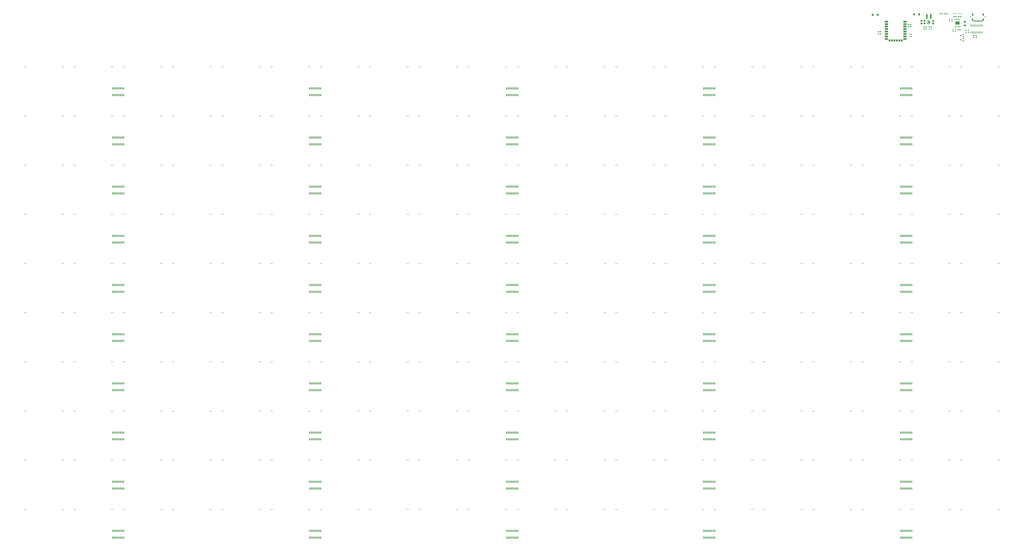
<source format=gbp>
G04 Layer_Color=128*
%FSLAX25Y25*%
%MOIN*%
G70*
G01*
G75*
%ADD11R,0.02362X0.01969*%
%ADD26R,0.03543X0.03150*%
%ADD27R,0.02126X0.02227*%
%ADD28R,0.01970X0.05120*%
%ADD29R,0.01100X0.05120*%
%ADD30R,0.06700X0.04750*%
%ADD31R,0.03175X0.03402*%
%ADD32R,0.03150X0.03150*%
%ADD33R,0.13780X0.09840*%
%ADD34R,0.02360X0.04720*%
%ADD35R,0.08860X0.05710*%
%ADD36O,0.01103X0.03091*%
%ADD37R,0.05315X0.05551*%
%ADD38R,0.03150X0.03543*%
%ADD39R,0.05120X0.14570*%
%ADD40R,0.03940X0.03150*%
%ADD41R,0.03402X0.03175*%
%ADD42O,0.02205X0.06870*%
%ADD43R,0.04921X0.02756*%
%ADD44R,0.05315X0.07087*%
%ADD45R,0.09840X0.05510*%
%ADD46R,0.05510X0.06690*%
%ADD47O,0.02370X0.07760*%
G36*
X3025890Y1730240D02*
Y1726270D01*
X3025490Y1725880D01*
X3019590D01*
X3019190Y1726270D01*
Y1730240D01*
X3019590Y1730640D01*
X3021010D01*
X3021400Y1730240D01*
Y1729410D01*
X3021800Y1729020D01*
X3023280D01*
X3023680Y1729410D01*
Y1730240D01*
X3024070Y1730640D01*
X3025490D01*
X3025890Y1730240D01*
D02*
G37*
G36*
X2844732Y1732855D02*
Y1731957D01*
X2843275D01*
Y1730658D01*
X2844732D01*
Y1729705D01*
X2844535Y1729508D01*
X2841385D01*
X2841188Y1729705D01*
Y1732855D01*
X2841385Y1733052D01*
X2844535D01*
X2844732Y1732855D01*
D02*
G37*
G36*
X2850991D02*
Y1729705D01*
X2850795Y1729508D01*
X2847684D01*
X2847488Y1729705D01*
Y1730658D01*
X2848984D01*
Y1731957D01*
X2847488D01*
Y1732855D01*
X2847684Y1733052D01*
X2850795D01*
X2850991Y1732855D01*
D02*
G37*
G36*
X2851052Y1725815D02*
Y1722665D01*
X2850855Y1722468D01*
X2847744D01*
X2847548Y1722665D01*
Y1723618D01*
X2849044D01*
Y1724917D01*
X2847548D01*
Y1725815D01*
X2847744Y1726012D01*
X2850855D01*
X2851052Y1725815D01*
D02*
G37*
G36*
X2910324Y1724847D02*
Y1723949D01*
X2908867D01*
Y1722650D01*
X2910324D01*
Y1721697D01*
X2910127Y1721500D01*
X2906977D01*
X2906780Y1721697D01*
Y1724847D01*
X2906977Y1725044D01*
X2910127D01*
X2910324Y1724847D01*
D02*
G37*
G36*
X2916584D02*
Y1721697D01*
X2916387Y1721500D01*
X2913277D01*
X2913080Y1721697D01*
Y1722650D01*
X2914576D01*
Y1723949D01*
X2913080D01*
Y1724847D01*
X2913277Y1725044D01*
X2916387D01*
X2916584Y1724847D01*
D02*
G37*
G36*
X2844792Y1725815D02*
Y1724917D01*
X2843335D01*
Y1723618D01*
X2844792D01*
Y1722665D01*
X2844595Y1722468D01*
X2841445D01*
X2841248Y1722665D01*
Y1725815D01*
X2841445Y1726012D01*
X2844595D01*
X2844792Y1725815D01*
D02*
G37*
G36*
X3052750Y1739670D02*
X3050780D01*
Y1744790D01*
X3052750D01*
Y1739670D01*
D02*
G37*
G36*
X3055900D02*
X3053930D01*
Y1744790D01*
X3055900D01*
Y1739670D01*
D02*
G37*
G36*
X3058020D02*
X3056920D01*
Y1744790D01*
X3058020D01*
Y1739670D01*
D02*
G37*
G36*
X3025890Y1741890D02*
Y1737920D01*
X3025490Y1737520D01*
X3024070D01*
X3023680Y1737920D01*
Y1738750D01*
X3023280Y1739140D01*
X3021800D01*
X3021400Y1738750D01*
Y1737920D01*
X3021010Y1737520D01*
X3019590D01*
X3019190Y1737920D01*
Y1741890D01*
X3019590Y1742280D01*
X3025490D01*
X3025890Y1741890D01*
D02*
G37*
G36*
X2923679Y1736497D02*
X2923875Y1736300D01*
Y1731772D01*
X2923679Y1731575D01*
X2918639D01*
X2918442Y1731772D01*
Y1736300D01*
X2918639Y1736497D01*
X2920293Y1736477D01*
Y1734745D01*
X2922064D01*
Y1736517D01*
X2923679Y1736497D01*
D02*
G37*
G36*
X2895798Y1737017D02*
X2895995Y1736820D01*
Y1732292D01*
X2895798Y1732095D01*
X2890759D01*
X2890562Y1732292D01*
Y1736820D01*
X2890759Y1737017D01*
X2892413Y1736997D01*
Y1735265D01*
X2894184D01*
Y1737037D01*
X2895798Y1737017D01*
D02*
G37*
G36*
X2886679Y1737047D02*
X2886875Y1736850D01*
Y1732322D01*
X2886679Y1732125D01*
X2881639D01*
X2881442Y1732322D01*
Y1736850D01*
X2881639Y1737047D01*
X2883293Y1737027D01*
Y1735295D01*
X2885064D01*
Y1737066D01*
X2886679Y1737047D01*
D02*
G37*
G36*
X2748442Y1702525D02*
Y1701572D01*
X2746946D01*
Y1700273D01*
X2748442D01*
Y1699375D01*
X2748246Y1699178D01*
X2745135D01*
X2744938Y1699375D01*
Y1702525D01*
X2745135Y1702722D01*
X2748246D01*
X2748442Y1702525D01*
D02*
G37*
G36*
X2754742D02*
Y1699375D01*
X2754545Y1699178D01*
X2751395D01*
X2751198Y1699375D01*
Y1700273D01*
X2752655D01*
Y1701572D01*
X2751198D01*
Y1702525D01*
X2751395Y1702722D01*
X2754545D01*
X2754742Y1702525D01*
D02*
G37*
G36*
X2748472Y1709675D02*
Y1708722D01*
X2746976D01*
Y1707423D01*
X2748472D01*
Y1706525D01*
X2748276Y1706328D01*
X2745165D01*
X2744968Y1706525D01*
Y1709675D01*
X2745165Y1709872D01*
X2748276D01*
X2748472Y1709675D01*
D02*
G37*
G36*
X3052732Y1697245D02*
Y1694134D01*
X3052535Y1693938D01*
X3051582D01*
Y1695434D01*
X3050283D01*
Y1693938D01*
X3049385D01*
X3049188Y1694134D01*
Y1697245D01*
X3049385Y1697441D01*
X3052535D01*
X3052732Y1697245D01*
D02*
G37*
G36*
X3060572Y1690845D02*
Y1687695D01*
X3060375Y1687498D01*
X3057225D01*
X3057028Y1687695D01*
Y1690845D01*
X3057225Y1691042D01*
X3058123D01*
Y1689585D01*
X3059422D01*
Y1691042D01*
X3060375D01*
X3060572Y1690845D01*
D02*
G37*
G36*
X3052732Y1690985D02*
Y1687835D01*
X3052535Y1687638D01*
X3049385D01*
X3049188Y1687835D01*
Y1690985D01*
X3049385Y1691182D01*
X3050283D01*
Y1689725D01*
X3051582D01*
Y1691182D01*
X3052535D01*
X3052732Y1690985D01*
D02*
G37*
G36*
X3060572Y1697105D02*
Y1693994D01*
X3060375Y1693798D01*
X3059422D01*
Y1695294D01*
X3058123D01*
Y1693798D01*
X3057225D01*
X3057028Y1693994D01*
Y1697105D01*
X3057225Y1697301D01*
X3060375D01*
X3060572Y1697105D01*
D02*
G37*
G36*
X2900684Y1718217D02*
Y1715067D01*
X2900487Y1714870D01*
X2897377D01*
X2897180Y1715067D01*
Y1716020D01*
X2898676D01*
Y1717319D01*
X2897180D01*
Y1718217D01*
X2897377Y1718414D01*
X2900487D01*
X2900684Y1718217D01*
D02*
G37*
G36*
X2894324Y1724847D02*
Y1723949D01*
X2892867D01*
Y1722650D01*
X2894324D01*
Y1721697D01*
X2894127Y1721500D01*
X2890977D01*
X2890780Y1721697D01*
Y1724847D01*
X2890977Y1725044D01*
X2894127D01*
X2894324Y1724847D01*
D02*
G37*
G36*
X2900584D02*
Y1721697D01*
X2900387Y1721500D01*
X2897277D01*
X2897080Y1721697D01*
Y1722650D01*
X2898576D01*
Y1723949D01*
X2897080D01*
Y1724847D01*
X2897277Y1725044D01*
X2900387D01*
X2900584Y1724847D01*
D02*
G37*
G36*
X2894424Y1718217D02*
Y1717319D01*
X2892967D01*
Y1716020D01*
X2894424D01*
Y1715067D01*
X2894227Y1714870D01*
X2891077D01*
X2890881Y1715067D01*
Y1718217D01*
X2891077Y1718414D01*
X2894227D01*
X2894424Y1718217D01*
D02*
G37*
G36*
X2754772Y1709675D02*
Y1706525D01*
X2754575Y1706328D01*
X2751425D01*
X2751228Y1706525D01*
Y1707423D01*
X2752685D01*
Y1708722D01*
X2751228D01*
Y1709675D01*
X2751425Y1709872D01*
X2754575D01*
X2754772Y1709675D01*
D02*
G37*
G36*
X3002662Y1715635D02*
Y1714737D01*
X3001205D01*
Y1713438D01*
X3002662D01*
Y1712485D01*
X3002465Y1712288D01*
X2999315D01*
X2999118Y1712485D01*
Y1715635D01*
X2999315Y1715832D01*
X3002465D01*
X3002662Y1715635D01*
D02*
G37*
G36*
X3008921D02*
Y1712485D01*
X3008725Y1712288D01*
X3005614D01*
X3005418Y1712485D01*
Y1713438D01*
X3006914D01*
Y1714737D01*
X3005418D01*
Y1715635D01*
X3005614Y1715832D01*
X3008725D01*
X3008921Y1715635D01*
D02*
G37*
G36*
X3004772Y1758085D02*
Y1757132D01*
X3003276D01*
Y1755833D01*
X3004772D01*
Y1754935D01*
X3004576Y1754738D01*
X3001465D01*
X3001269Y1754935D01*
Y1758085D01*
X3001465Y1758282D01*
X3004576D01*
X3004772Y1758085D01*
D02*
G37*
G36*
X3011072D02*
Y1754935D01*
X3010875Y1754738D01*
X3007725D01*
X3007528Y1754935D01*
Y1755833D01*
X3008985D01*
Y1757132D01*
X3007528D01*
Y1758085D01*
X3007725Y1758282D01*
X3010875D01*
X3011072Y1758085D01*
D02*
G37*
G36*
X3041643Y1758350D02*
Y1756379D01*
X3041485Y1756222D01*
X3039675D01*
X3039517Y1756379D01*
Y1758350D01*
X3039675Y1758508D01*
X3041485D01*
X3041643Y1758350D01*
D02*
G37*
G36*
X2996441Y1758005D02*
Y1754855D01*
X2996245Y1754658D01*
X2993134D01*
X2992938Y1754855D01*
Y1755808D01*
X2994434D01*
Y1757107D01*
X2992938D01*
Y1758005D01*
X2993134Y1758202D01*
X2996245D01*
X2996441Y1758005D01*
D02*
G37*
G36*
X3041643Y1755001D02*
Y1753030D01*
X3041485Y1752872D01*
X3039675D01*
X3039517Y1753030D01*
Y1755001D01*
X3039675Y1755158D01*
X3041485D01*
X3041643Y1755001D01*
D02*
G37*
G36*
X3088983D02*
Y1753030D01*
X3088825Y1752872D01*
X3087015D01*
X3086857Y1753030D01*
Y1755001D01*
X3087015Y1755158D01*
X3088825D01*
X3088983Y1755001D01*
D02*
G37*
G36*
X2990182Y1758005D02*
Y1757107D01*
X2988725D01*
Y1755808D01*
X2990182D01*
Y1754855D01*
X2989985Y1754658D01*
X2986835D01*
X2986638Y1754855D01*
Y1758005D01*
X2986835Y1758202D01*
X2989985D01*
X2990182Y1758005D01*
D02*
G37*
G36*
X2966692Y1767055D02*
Y1763905D01*
X2966495Y1763708D01*
X2963384D01*
X2963188Y1763905D01*
Y1764858D01*
X2964684D01*
Y1766157D01*
X2963188D01*
Y1767055D01*
X2963384Y1767252D01*
X2966495D01*
X2966692Y1767055D01*
D02*
G37*
G36*
X2946122Y1767235D02*
Y1766337D01*
X2944665D01*
Y1765038D01*
X2946122D01*
Y1764085D01*
X2945925Y1763888D01*
X2942775D01*
X2942578Y1764085D01*
Y1767235D01*
X2942775Y1767432D01*
X2945925D01*
X2946122Y1767235D01*
D02*
G37*
G36*
X2952382D02*
Y1764085D01*
X2952185Y1763888D01*
X2949074D01*
X2948878Y1764085D01*
Y1765038D01*
X2950374D01*
Y1766337D01*
X2948878D01*
Y1767235D01*
X2949074Y1767432D01*
X2952185D01*
X2952382Y1767235D01*
D02*
G37*
G36*
X2960432Y1767055D02*
Y1766157D01*
X2958975D01*
Y1764858D01*
X2960432D01*
Y1763905D01*
X2960235Y1763708D01*
X2957085D01*
X2956888Y1763905D01*
Y1767055D01*
X2957085Y1767252D01*
X2960235D01*
X2960432Y1767055D01*
D02*
G37*
G36*
X3088983Y1758350D02*
Y1756379D01*
X3088825Y1756222D01*
X3087015D01*
X3086857Y1756379D01*
Y1758350D01*
X3087015Y1758508D01*
X3088825D01*
X3088983Y1758350D01*
D02*
G37*
G36*
X3047860Y1766500D02*
X3047970Y1766480D01*
X3048090Y1766450D01*
X3048200Y1766430D01*
X3048320Y1766390D01*
X3048430Y1766350D01*
X3048540Y1766310D01*
X3048640Y1766250D01*
X3048750Y1766200D01*
X3048850Y1766140D01*
X3048940Y1766070D01*
X3049040Y1766000D01*
X3049130Y1765920D01*
X3049210Y1765840D01*
X3049300Y1765760D01*
X3049370Y1765670D01*
X3049450Y1765580D01*
X3049520Y1765480D01*
X3049580Y1765380D01*
X3049640Y1765280D01*
X3049690Y1765180D01*
X3049740Y1765070D01*
X3049780Y1764960D01*
X3049820Y1764850D01*
X3049850Y1764730D01*
X3049880Y1764620D01*
X3049900Y1764500D01*
X3049920Y1764390D01*
Y1764270D01*
X3049930Y1764150D01*
Y1761790D01*
X3049920Y1761670D01*
Y1761550D01*
X3049900Y1761440D01*
X3049880Y1761320D01*
X3049850Y1761210D01*
X3049820Y1761090D01*
X3049780Y1760980D01*
X3049740Y1760870D01*
X3049690Y1760760D01*
X3049640Y1760660D01*
X3049580Y1760560D01*
X3049520Y1760460D01*
X3049450Y1760360D01*
X3049370Y1760270D01*
X3049300Y1760180D01*
X3049210Y1760100D01*
X3049130Y1760020D01*
X3049040Y1759940D01*
X3048940Y1759870D01*
X3048850Y1759810D01*
X3048750Y1759740D01*
X3048640Y1759690D01*
X3048540Y1759640D01*
X3048430Y1759590D01*
X3048320Y1759550D01*
X3048200Y1759520D01*
X3048090Y1759490D01*
X3047970Y1759460D01*
X3047860Y1759450D01*
X3047740Y1759430D01*
X3047390D01*
X3047270Y1759450D01*
X3047150Y1759460D01*
X3047040Y1759490D01*
X3046920Y1759520D01*
X3046810Y1759550D01*
X3046700Y1759590D01*
X3046590Y1759640D01*
X3046490Y1759690D01*
X3046380Y1759740D01*
X3046280Y1759810D01*
X3046190Y1759870D01*
X3046090Y1759940D01*
X3046000Y1760020D01*
X3045920Y1760100D01*
X3045830Y1760180D01*
X3045760Y1760270D01*
X3045680Y1760360D01*
X3045610Y1760460D01*
X3045550Y1760560D01*
X3045490Y1760660D01*
X3045440Y1760760D01*
X3045390Y1760870D01*
X3045340Y1760980D01*
X3045310Y1761090D01*
X3045280Y1761210D01*
X3045250Y1761320D01*
X3045230Y1761440D01*
X3045210Y1761550D01*
Y1761670D01*
X3045200Y1761790D01*
Y1764150D01*
X3045210Y1764270D01*
Y1764390D01*
X3045230Y1764500D01*
X3045250Y1764620D01*
X3045280Y1764730D01*
X3045310Y1764850D01*
X3045340Y1764960D01*
X3045390Y1765070D01*
X3045440Y1765180D01*
X3045490Y1765280D01*
X3045550Y1765380D01*
X3045610Y1765480D01*
X3045680Y1765580D01*
X3045760Y1765670D01*
X3045830Y1765760D01*
X3045920Y1765840D01*
X3046000Y1765920D01*
X3046090Y1766000D01*
X3046190Y1766070D01*
X3046280Y1766140D01*
X3046380Y1766200D01*
X3046490Y1766250D01*
X3046590Y1766310D01*
X3046700Y1766350D01*
X3046810Y1766390D01*
X3046920Y1766430D01*
X3047040Y1766450D01*
X3047150Y1766480D01*
X3047270Y1766500D01*
X3047390Y1766510D01*
X3047740D01*
X3047860Y1766500D01*
D02*
G37*
G36*
X3081660D02*
X3081780Y1766480D01*
X3081890Y1766450D01*
X3082010Y1766430D01*
X3082120Y1766390D01*
X3082230Y1766350D01*
X3082340Y1766300D01*
X3082450Y1766250D01*
X3082550Y1766200D01*
X3082650Y1766140D01*
X3082750Y1766070D01*
X3082840Y1766000D01*
X3082930Y1765920D01*
X3083020Y1765840D01*
X3083100Y1765760D01*
X3083180Y1765670D01*
X3083250Y1765580D01*
X3083320Y1765480D01*
X3083380Y1765380D01*
X3083440Y1765280D01*
X3083500Y1765180D01*
X3083540Y1765070D01*
X3083590Y1764960D01*
X3083630Y1764850D01*
X3083660Y1764730D01*
X3083680Y1764620D01*
X3083700Y1764500D01*
X3083720Y1764390D01*
X3083730Y1764270D01*
Y1764150D01*
Y1761790D01*
Y1761670D01*
X3083720Y1761550D01*
X3083700Y1761440D01*
X3083680Y1761320D01*
X3083660Y1761210D01*
X3083630Y1761090D01*
X3083590Y1760980D01*
X3083540Y1760870D01*
X3083500Y1760760D01*
X3083440Y1760660D01*
X3083380Y1760560D01*
X3083320Y1760460D01*
X3083250Y1760360D01*
X3083180Y1760270D01*
X3083100Y1760180D01*
X3083020Y1760100D01*
X3082930Y1760020D01*
X3082840Y1759940D01*
X3082750Y1759870D01*
X3082650Y1759810D01*
X3082550Y1759740D01*
X3082450Y1759690D01*
X3082340Y1759640D01*
X3082230Y1759590D01*
X3082120Y1759550D01*
X3082010Y1759520D01*
X3081890Y1759490D01*
X3081780Y1759460D01*
X3081660Y1759450D01*
X3081540Y1759430D01*
X3081190D01*
X3081070Y1759450D01*
X3080960Y1759460D01*
X3080840Y1759490D01*
X3080730Y1759520D01*
X3080620Y1759550D01*
X3080510Y1759590D01*
X3080400Y1759640D01*
X3080290Y1759690D01*
X3080190Y1759740D01*
X3080090Y1759810D01*
X3079990Y1759870D01*
X3079900Y1759940D01*
X3079810Y1760020D01*
X3079720Y1760100D01*
X3079640Y1760180D01*
X3079560Y1760270D01*
X3079490Y1760360D01*
X3079420Y1760460D01*
X3079350Y1760560D01*
X3079290Y1760660D01*
X3079240Y1760760D01*
X3079190Y1760870D01*
X3079150Y1760980D01*
X3079110Y1761090D01*
X3079080Y1761210D01*
X3079050Y1761320D01*
X3079030Y1761440D01*
X3079020Y1761550D01*
X3079010Y1761670D01*
Y1761790D01*
Y1764150D01*
Y1764270D01*
X3079020Y1764390D01*
X3079030Y1764500D01*
X3079050Y1764620D01*
X3079080Y1764730D01*
X3079110Y1764850D01*
X3079150Y1764960D01*
X3079190Y1765070D01*
X3079240Y1765180D01*
X3079290Y1765280D01*
X3079350Y1765380D01*
X3079420Y1765480D01*
X3079490Y1765580D01*
X3079560Y1765670D01*
X3079640Y1765760D01*
X3079720Y1765840D01*
X3079810Y1765920D01*
X3079900Y1766000D01*
X3079990Y1766070D01*
X3080090Y1766140D01*
X3080190Y1766200D01*
X3080290Y1766250D01*
X3080400Y1766300D01*
X3080510Y1766350D01*
X3080620Y1766390D01*
X3080730Y1766430D01*
X3080840Y1766450D01*
X3080960Y1766480D01*
X3081070Y1766500D01*
X3081190Y1766510D01*
X3081540D01*
X3081660Y1766500D01*
D02*
G37*
G36*
X3067860Y1739670D02*
X3066760D01*
Y1744790D01*
X3067860D01*
Y1739670D01*
D02*
G37*
G36*
X3069830D02*
X3068730D01*
Y1744790D01*
X3069830D01*
Y1739670D01*
D02*
G37*
G36*
X3071800D02*
X3070700D01*
Y1744790D01*
X3071800D01*
Y1739670D01*
D02*
G37*
G36*
X3065900D02*
X3064790D01*
Y1744790D01*
X3065900D01*
Y1739670D01*
D02*
G37*
G36*
X3059990D02*
X3058890D01*
Y1744790D01*
X3059990D01*
Y1739670D01*
D02*
G37*
G36*
X3061960D02*
X3060860D01*
Y1744790D01*
X3061960D01*
Y1739670D01*
D02*
G37*
G36*
X3063930D02*
X3062820D01*
Y1744790D01*
X3063930D01*
Y1739670D01*
D02*
G37*
G36*
X2886875Y1745314D02*
Y1740787D01*
X2886679Y1740590D01*
X2885064Y1740610D01*
Y1742342D01*
X2883293D01*
Y1740590D01*
X2881639Y1740590D01*
X2881442Y1740787D01*
Y1745314D01*
X2881639Y1745511D01*
X2886679D01*
X2886875Y1745314D01*
D02*
G37*
G36*
X3048640Y1750061D02*
X3049211Y1749490D01*
X3049520Y1748744D01*
Y1748340D01*
Y1747590D01*
Y1744550D01*
Y1744142D01*
X3049208Y1743389D01*
X3048631Y1742812D01*
X3047878Y1742500D01*
X3046814D01*
X3046064Y1742811D01*
X3045491Y1743384D01*
X3045180Y1744134D01*
Y1744540D01*
Y1744650D01*
X3045190Y1748120D01*
Y1748568D01*
X3045532Y1749394D01*
X3046165Y1750027D01*
X3046992Y1750370D01*
X3047894D01*
X3048640Y1750061D01*
D02*
G37*
G36*
X3081913Y1750369D02*
X3082656Y1750059D01*
X3083224Y1749488D01*
X3083531Y1748743D01*
X3083530Y1748340D01*
Y1747590D01*
X3083540Y1744550D01*
Y1744142D01*
X3083228Y1743389D01*
X3082651Y1742812D01*
X3081898Y1742500D01*
X3080834D01*
X3080084Y1742811D01*
X3079511Y1743384D01*
X3079200Y1744134D01*
Y1744540D01*
Y1744650D01*
Y1748120D01*
Y1748568D01*
X3079543Y1749394D01*
X3080176Y1750027D01*
X3081002Y1750370D01*
X3081510D01*
X3081913Y1750369D01*
D02*
G37*
G36*
X2895995Y1745284D02*
Y1740757D01*
X2895798Y1740560D01*
X2894184Y1740580D01*
Y1742312D01*
X2892413D01*
Y1740560D01*
X2890759Y1740560D01*
X2890562Y1740757D01*
Y1745284D01*
X2890759Y1745481D01*
X2895798D01*
X2895995Y1745284D01*
D02*
G37*
G36*
X3074790Y1739670D02*
X3072820D01*
Y1744790D01*
X3074790D01*
Y1739670D01*
D02*
G37*
G36*
X3077940D02*
X3075970D01*
Y1744790D01*
X3077940D01*
Y1739670D01*
D02*
G37*
G36*
X2923875Y1744764D02*
Y1740237D01*
X2923679Y1740040D01*
X2922064Y1740060D01*
Y1741792D01*
X2920293D01*
Y1740040D01*
X2918639Y1740040D01*
X2918442Y1740237D01*
Y1744764D01*
X2918639Y1744961D01*
X2923679D01*
X2923875Y1744764D01*
D02*
G37*
D11*
X3128831Y1595700D02*
D03*
X3132768D02*
D03*
X3012899Y1595700D02*
D03*
X3008962D02*
D03*
X2855419D02*
D03*
X2851482D02*
D03*
X2971351Y1595700D02*
D03*
X2975288D02*
D03*
X2697939Y1595700D02*
D03*
X2694002D02*
D03*
X2813871Y1595700D02*
D03*
X2817808D02*
D03*
X2540458Y1595700D02*
D03*
X2536521D02*
D03*
X2656391Y1595700D02*
D03*
X2660328D02*
D03*
X2026469Y1595700D02*
D03*
X2030406D02*
D03*
X1910537Y1595700D02*
D03*
X1906600D02*
D03*
X2183950Y1595700D02*
D03*
X2187887D02*
D03*
X2068017Y1595700D02*
D03*
X2064080D02*
D03*
X2341430Y1595700D02*
D03*
X2345367D02*
D03*
X2225498Y1595700D02*
D03*
X2221561D02*
D03*
X2382978D02*
D03*
X2379041D02*
D03*
X2498910Y1595700D02*
D03*
X2502847D02*
D03*
X1396548D02*
D03*
X1400485D02*
D03*
X1280616Y1595700D02*
D03*
X1276679D02*
D03*
X1554028Y1595700D02*
D03*
X1557965D02*
D03*
X1438096Y1595700D02*
D03*
X1434159D02*
D03*
X1711509Y1595700D02*
D03*
X1715446D02*
D03*
X1595576Y1595700D02*
D03*
X1591639D02*
D03*
X1753057D02*
D03*
X1749120D02*
D03*
X1868989Y1595700D02*
D03*
X1872926D02*
D03*
X766627D02*
D03*
X770564D02*
D03*
X650695Y1595700D02*
D03*
X646758D02*
D03*
X924107Y1595700D02*
D03*
X928044D02*
D03*
X808175Y1595700D02*
D03*
X804238D02*
D03*
X1081587Y1595700D02*
D03*
X1085524D02*
D03*
X965655Y1595700D02*
D03*
X961718D02*
D03*
X1123135D02*
D03*
X1119198D02*
D03*
X1239068Y1595700D02*
D03*
X1243005D02*
D03*
X136706D02*
D03*
X140642D02*
D03*
X20773Y1595700D02*
D03*
X16836D02*
D03*
X294186Y1595700D02*
D03*
X298123D02*
D03*
X178254Y1595700D02*
D03*
X174317D02*
D03*
X451666Y1595700D02*
D03*
X455603D02*
D03*
X335734Y1595700D02*
D03*
X331797D02*
D03*
X493214D02*
D03*
X489277D02*
D03*
X609146Y1595700D02*
D03*
X613084D02*
D03*
X2656391Y1438220D02*
D03*
X2660328D02*
D03*
X2540458Y1438220D02*
D03*
X2536521D02*
D03*
X2813871Y1438220D02*
D03*
X2817808D02*
D03*
X2697939Y1438220D02*
D03*
X2694002D02*
D03*
X2971351Y1438220D02*
D03*
X2975288D02*
D03*
X2855419Y1438220D02*
D03*
X2851482D02*
D03*
X3012899D02*
D03*
X3008962D02*
D03*
X3128831Y1438220D02*
D03*
X3132768D02*
D03*
X2026469D02*
D03*
X2030406D02*
D03*
X1910537Y1438220D02*
D03*
X1906600D02*
D03*
X2183950Y1438220D02*
D03*
X2187887D02*
D03*
X2068017Y1438220D02*
D03*
X2064080D02*
D03*
X2341430Y1438220D02*
D03*
X2345367D02*
D03*
X2225498Y1438220D02*
D03*
X2221561D02*
D03*
X2382978D02*
D03*
X2379041D02*
D03*
X2498910Y1438220D02*
D03*
X2502847D02*
D03*
X1396548D02*
D03*
X1400485D02*
D03*
X1280616Y1438220D02*
D03*
X1276679D02*
D03*
X1554028Y1438220D02*
D03*
X1557965D02*
D03*
X1438096Y1438220D02*
D03*
X1434159D02*
D03*
X1711509Y1438220D02*
D03*
X1715446D02*
D03*
X1595576Y1438220D02*
D03*
X1591639D02*
D03*
X1753057D02*
D03*
X1749120D02*
D03*
X1868989Y1438220D02*
D03*
X1872926D02*
D03*
X766627D02*
D03*
X770564D02*
D03*
X650695Y1438220D02*
D03*
X646758D02*
D03*
X924107Y1438220D02*
D03*
X928044D02*
D03*
X808175Y1438220D02*
D03*
X804238D02*
D03*
X1081587Y1438220D02*
D03*
X1085524D02*
D03*
X965655Y1438220D02*
D03*
X961718D02*
D03*
X1123135D02*
D03*
X1119198D02*
D03*
X1239068Y1438220D02*
D03*
X1243005D02*
D03*
X136706D02*
D03*
X140642D02*
D03*
X20773Y1438220D02*
D03*
X16836D02*
D03*
X294186Y1438220D02*
D03*
X298123D02*
D03*
X178254Y1438220D02*
D03*
X174317D02*
D03*
X451666Y1438220D02*
D03*
X455603D02*
D03*
X335734Y1438220D02*
D03*
X331797D02*
D03*
X493214D02*
D03*
X489277D02*
D03*
X609146Y1438220D02*
D03*
X613084D02*
D03*
X609146Y1280739D02*
D03*
X613084D02*
D03*
X493214Y1280739D02*
D03*
X489277D02*
D03*
X335734D02*
D03*
X331797D02*
D03*
X451666Y1280739D02*
D03*
X455603D02*
D03*
X178254Y1280739D02*
D03*
X174317D02*
D03*
X294186Y1280739D02*
D03*
X298123D02*
D03*
X20773Y1280739D02*
D03*
X16836D02*
D03*
X136706Y1280739D02*
D03*
X140642D02*
D03*
X1239068D02*
D03*
X1243005D02*
D03*
X1123135Y1280739D02*
D03*
X1119198D02*
D03*
X965655D02*
D03*
X961718D02*
D03*
X1081587Y1280739D02*
D03*
X1085524D02*
D03*
X808175Y1280739D02*
D03*
X804238D02*
D03*
X924107Y1280739D02*
D03*
X928044D02*
D03*
X650695Y1280739D02*
D03*
X646758D02*
D03*
X766627Y1280739D02*
D03*
X770564D02*
D03*
X1868989D02*
D03*
X1872926D02*
D03*
X1753057Y1280739D02*
D03*
X1749120D02*
D03*
X1595576D02*
D03*
X1591639D02*
D03*
X1711509Y1280739D02*
D03*
X1715446D02*
D03*
X1438096Y1280739D02*
D03*
X1434159D02*
D03*
X1554028Y1280739D02*
D03*
X1557965D02*
D03*
X1280616Y1280739D02*
D03*
X1276679D02*
D03*
X1396548Y1280739D02*
D03*
X1400485D02*
D03*
X2498910D02*
D03*
X2502847D02*
D03*
X2382978Y1280739D02*
D03*
X2379041D02*
D03*
X2225498D02*
D03*
X2221561D02*
D03*
X2341430Y1280739D02*
D03*
X2345367D02*
D03*
X2068017Y1280739D02*
D03*
X2064080D02*
D03*
X2183950Y1280739D02*
D03*
X2187887D02*
D03*
X1910537Y1280739D02*
D03*
X1906600D02*
D03*
X2026469Y1280739D02*
D03*
X2030406D02*
D03*
X3128831D02*
D03*
X3132768D02*
D03*
X3012899Y1280739D02*
D03*
X3008962D02*
D03*
X2855419D02*
D03*
X2851482D02*
D03*
X2971351Y1280739D02*
D03*
X2975288D02*
D03*
X2697939Y1280739D02*
D03*
X2694002D02*
D03*
X2813871Y1280739D02*
D03*
X2817808D02*
D03*
X2540458Y1280739D02*
D03*
X2536521D02*
D03*
X2656391Y1280739D02*
D03*
X2660328D02*
D03*
X609146Y1123259D02*
D03*
X613084D02*
D03*
X493214Y1123259D02*
D03*
X489277D02*
D03*
X335734D02*
D03*
X331797D02*
D03*
X451666Y1123259D02*
D03*
X455603D02*
D03*
X178254Y1123259D02*
D03*
X174317D02*
D03*
X294186Y1123259D02*
D03*
X298123D02*
D03*
X20773Y1123259D02*
D03*
X16836D02*
D03*
X136706Y1123259D02*
D03*
X140642D02*
D03*
X1239068D02*
D03*
X1243005D02*
D03*
X1123135Y1123259D02*
D03*
X1119198D02*
D03*
X965655D02*
D03*
X961718D02*
D03*
X1081587Y1123259D02*
D03*
X1085524D02*
D03*
X808175Y1123259D02*
D03*
X804238D02*
D03*
X924107Y1123259D02*
D03*
X928044D02*
D03*
X650695Y1123259D02*
D03*
X646758D02*
D03*
X766627Y1123259D02*
D03*
X770564D02*
D03*
X1868989D02*
D03*
X1872926D02*
D03*
X1753057Y1123259D02*
D03*
X1749120D02*
D03*
X1595576D02*
D03*
X1591639D02*
D03*
X1711509Y1123259D02*
D03*
X1715446D02*
D03*
X1438096Y1123259D02*
D03*
X1434159D02*
D03*
X1554028Y1123259D02*
D03*
X1557965D02*
D03*
X1280616Y1123259D02*
D03*
X1276679D02*
D03*
X1396548Y1123259D02*
D03*
X1400485D02*
D03*
X2498910D02*
D03*
X2502847D02*
D03*
X2382978Y1123259D02*
D03*
X2379041D02*
D03*
X2225498D02*
D03*
X2221561D02*
D03*
X2341430Y1123259D02*
D03*
X2345367D02*
D03*
X2068017Y1123259D02*
D03*
X2064080D02*
D03*
X2183950Y1123259D02*
D03*
X2187887D02*
D03*
X1910537Y1123259D02*
D03*
X1906600D02*
D03*
X2026469Y1123259D02*
D03*
X2030406D02*
D03*
X3128831D02*
D03*
X3132768D02*
D03*
X3012899Y1123259D02*
D03*
X3008962D02*
D03*
X2855419D02*
D03*
X2851482D02*
D03*
X2971351Y1123259D02*
D03*
X2975288D02*
D03*
X2697939Y1123259D02*
D03*
X2694002D02*
D03*
X2813871Y1123259D02*
D03*
X2817808D02*
D03*
X2540458Y1123259D02*
D03*
X2536521D02*
D03*
X2656391Y1123259D02*
D03*
X2660328D02*
D03*
X609146Y965779D02*
D03*
X613084D02*
D03*
X493214Y965779D02*
D03*
X489277D02*
D03*
X335734D02*
D03*
X331797D02*
D03*
X451666Y965779D02*
D03*
X455603D02*
D03*
X178254Y965779D02*
D03*
X174317D02*
D03*
X294186Y965779D02*
D03*
X298123D02*
D03*
X20773Y965779D02*
D03*
X16836D02*
D03*
X136706Y965779D02*
D03*
X140642D02*
D03*
X1239068D02*
D03*
X1243005D02*
D03*
X1123135Y965779D02*
D03*
X1119198D02*
D03*
X965655D02*
D03*
X961718D02*
D03*
X1081587Y965779D02*
D03*
X1085524D02*
D03*
X808175Y965779D02*
D03*
X804238D02*
D03*
X924107Y965779D02*
D03*
X928044D02*
D03*
X650695Y965779D02*
D03*
X646758D02*
D03*
X766627Y965779D02*
D03*
X770564D02*
D03*
X1868989D02*
D03*
X1872926D02*
D03*
X1753057Y965779D02*
D03*
X1749120D02*
D03*
X1595576D02*
D03*
X1591639D02*
D03*
X1711509Y965779D02*
D03*
X1715446D02*
D03*
X1438096Y965779D02*
D03*
X1434159D02*
D03*
X1554028Y965779D02*
D03*
X1557965D02*
D03*
X1280616Y965779D02*
D03*
X1276679D02*
D03*
X1396548Y965779D02*
D03*
X1400485D02*
D03*
X2498910D02*
D03*
X2502847D02*
D03*
X2382978Y965779D02*
D03*
X2379041D02*
D03*
X2225498D02*
D03*
X2221561D02*
D03*
X2341430Y965779D02*
D03*
X2345367D02*
D03*
X2068017Y965779D02*
D03*
X2064080D02*
D03*
X2183950Y965779D02*
D03*
X2187887D02*
D03*
X1910537Y965779D02*
D03*
X1906600D02*
D03*
X2026469Y965779D02*
D03*
X2030406D02*
D03*
X3128831D02*
D03*
X3132768D02*
D03*
X3012899Y965779D02*
D03*
X3008962D02*
D03*
X2855419D02*
D03*
X2851482D02*
D03*
X2971351Y965779D02*
D03*
X2975288D02*
D03*
X2697939Y965779D02*
D03*
X2694002D02*
D03*
X2813871Y965779D02*
D03*
X2817808D02*
D03*
X2540458Y965779D02*
D03*
X2536521D02*
D03*
X2656391Y965779D02*
D03*
X2660328D02*
D03*
X609146Y808298D02*
D03*
X613084D02*
D03*
X493214Y808298D02*
D03*
X489277D02*
D03*
X335734D02*
D03*
X331797D02*
D03*
X451666Y808298D02*
D03*
X455603D02*
D03*
X178254Y808298D02*
D03*
X174317D02*
D03*
X294186Y808298D02*
D03*
X298123D02*
D03*
X20773Y808298D02*
D03*
X16836D02*
D03*
X136706Y808298D02*
D03*
X140642D02*
D03*
X1239068D02*
D03*
X1243005D02*
D03*
X1123135Y808298D02*
D03*
X1119198D02*
D03*
X965655D02*
D03*
X961718D02*
D03*
X1081587Y808298D02*
D03*
X1085524D02*
D03*
X808175Y808298D02*
D03*
X804238D02*
D03*
X924107Y808298D02*
D03*
X928044D02*
D03*
X650695Y808298D02*
D03*
X646758D02*
D03*
X766627Y808298D02*
D03*
X770564D02*
D03*
X1868989D02*
D03*
X1872926D02*
D03*
X1753057Y808298D02*
D03*
X1749120D02*
D03*
X1595576D02*
D03*
X1591639D02*
D03*
X1711509Y808298D02*
D03*
X1715446D02*
D03*
X1438096Y808298D02*
D03*
X1434159D02*
D03*
X1554028Y808298D02*
D03*
X1557965D02*
D03*
X1280616Y808298D02*
D03*
X1276679D02*
D03*
X1396548Y808298D02*
D03*
X1400485D02*
D03*
X2498910D02*
D03*
X2502847D02*
D03*
X2382978Y808298D02*
D03*
X2379041D02*
D03*
X2225498D02*
D03*
X2221561D02*
D03*
X2341430Y808298D02*
D03*
X2345367D02*
D03*
X2068017Y808298D02*
D03*
X2064080D02*
D03*
X2183950Y808298D02*
D03*
X2187887D02*
D03*
X1910537Y808298D02*
D03*
X1906600D02*
D03*
X2026469Y808298D02*
D03*
X2030406D02*
D03*
X3128831D02*
D03*
X3132768D02*
D03*
X3012899Y808298D02*
D03*
X3008962D02*
D03*
X2855419D02*
D03*
X2851482D02*
D03*
X2971351Y808298D02*
D03*
X2975288D02*
D03*
X2697939Y808298D02*
D03*
X2694002D02*
D03*
X2813871Y808298D02*
D03*
X2817808D02*
D03*
X2540458Y808298D02*
D03*
X2536521D02*
D03*
X2656391Y808298D02*
D03*
X2660328D02*
D03*
X609146Y650818D02*
D03*
X613084D02*
D03*
X493214Y650818D02*
D03*
X489277D02*
D03*
X335734D02*
D03*
X331797D02*
D03*
X451666Y650818D02*
D03*
X455603D02*
D03*
X178254Y650818D02*
D03*
X174317D02*
D03*
X294186Y650818D02*
D03*
X298123D02*
D03*
X20773Y650818D02*
D03*
X16836D02*
D03*
X136706Y650818D02*
D03*
X140642D02*
D03*
X1239068D02*
D03*
X1243005D02*
D03*
X1123135Y650818D02*
D03*
X1119198D02*
D03*
X965655D02*
D03*
X961718D02*
D03*
X1081587Y650818D02*
D03*
X1085524D02*
D03*
X808175Y650818D02*
D03*
X804238D02*
D03*
X924107Y650818D02*
D03*
X928044D02*
D03*
X650695Y650818D02*
D03*
X646758D02*
D03*
X766627Y650818D02*
D03*
X770564D02*
D03*
X1868989D02*
D03*
X1872926D02*
D03*
X1753057Y650818D02*
D03*
X1749120D02*
D03*
X1595576D02*
D03*
X1591639D02*
D03*
X1711509Y650818D02*
D03*
X1715446D02*
D03*
X1438096Y650818D02*
D03*
X1434159D02*
D03*
X1554028Y650818D02*
D03*
X1557965D02*
D03*
X1280616Y650818D02*
D03*
X1276679D02*
D03*
X1396548Y650818D02*
D03*
X1400485D02*
D03*
X2498910D02*
D03*
X2502847D02*
D03*
X2382978Y650818D02*
D03*
X2379041D02*
D03*
X2225498D02*
D03*
X2221561D02*
D03*
X2341430Y650818D02*
D03*
X2345367D02*
D03*
X2068017Y650818D02*
D03*
X2064080D02*
D03*
X2183950Y650818D02*
D03*
X2187887D02*
D03*
X1910537Y650818D02*
D03*
X1906600D02*
D03*
X2026469Y650818D02*
D03*
X2030406D02*
D03*
X3128831D02*
D03*
X3132768D02*
D03*
X3012899Y650818D02*
D03*
X3008962D02*
D03*
X2855419D02*
D03*
X2851482D02*
D03*
X2971351Y650818D02*
D03*
X2975288D02*
D03*
X2697939Y650818D02*
D03*
X2694002D02*
D03*
X2813871Y650818D02*
D03*
X2817808D02*
D03*
X2540458Y650818D02*
D03*
X2536521D02*
D03*
X2656391Y650818D02*
D03*
X2660328D02*
D03*
X609146Y493338D02*
D03*
X613084D02*
D03*
X493214Y493338D02*
D03*
X489277D02*
D03*
X335734D02*
D03*
X331797D02*
D03*
X451666Y493338D02*
D03*
X455603D02*
D03*
X178254Y493338D02*
D03*
X174317D02*
D03*
X294186Y493338D02*
D03*
X298123D02*
D03*
X20773Y493338D02*
D03*
X16836D02*
D03*
X136706Y493338D02*
D03*
X140642D02*
D03*
X1239068D02*
D03*
X1243005D02*
D03*
X1123135Y493338D02*
D03*
X1119198D02*
D03*
X965655D02*
D03*
X961718D02*
D03*
X1081587Y493338D02*
D03*
X1085524D02*
D03*
X808175Y493338D02*
D03*
X804238D02*
D03*
X924107Y493338D02*
D03*
X928044D02*
D03*
X650695Y493338D02*
D03*
X646758D02*
D03*
X766627Y493338D02*
D03*
X770564D02*
D03*
X1868989D02*
D03*
X1872926D02*
D03*
X1753057Y493338D02*
D03*
X1749120D02*
D03*
X1595576D02*
D03*
X1591639D02*
D03*
X1711509Y493338D02*
D03*
X1715446D02*
D03*
X1438096Y493338D02*
D03*
X1434159D02*
D03*
X1554028Y493338D02*
D03*
X1557965D02*
D03*
X1280616Y493338D02*
D03*
X1276679D02*
D03*
X1396548Y493338D02*
D03*
X1400485D02*
D03*
X2498910D02*
D03*
X2502847D02*
D03*
X2382978Y493338D02*
D03*
X2379041D02*
D03*
X2225498D02*
D03*
X2221561D02*
D03*
X2341430Y493338D02*
D03*
X2345367D02*
D03*
X2068017Y493338D02*
D03*
X2064080D02*
D03*
X2183950Y493338D02*
D03*
X2187887D02*
D03*
X1910537Y493338D02*
D03*
X1906600D02*
D03*
X2026469Y493338D02*
D03*
X2030406D02*
D03*
X3128831D02*
D03*
X3132768D02*
D03*
X3012899Y493338D02*
D03*
X3008962D02*
D03*
X2855419D02*
D03*
X2851482D02*
D03*
X2971351Y493338D02*
D03*
X2975288D02*
D03*
X2697939Y493338D02*
D03*
X2694002D02*
D03*
X2813871Y493338D02*
D03*
X2817808D02*
D03*
X2540458Y493338D02*
D03*
X2536521D02*
D03*
X2656391Y493338D02*
D03*
X2660328D02*
D03*
X609146Y335858D02*
D03*
X613084D02*
D03*
X493214Y335858D02*
D03*
X489277D02*
D03*
X335734D02*
D03*
X331797D02*
D03*
X451666Y335858D02*
D03*
X455603D02*
D03*
X178254Y335858D02*
D03*
X174317D02*
D03*
X294186Y335858D02*
D03*
X298123D02*
D03*
X20773Y335858D02*
D03*
X16836D02*
D03*
X136706Y335858D02*
D03*
X140642D02*
D03*
X1239068D02*
D03*
X1243005D02*
D03*
X1123135Y335858D02*
D03*
X1119198D02*
D03*
X965655D02*
D03*
X961718D02*
D03*
X1081587Y335858D02*
D03*
X1085524D02*
D03*
X808175Y335858D02*
D03*
X804238D02*
D03*
X924107Y335858D02*
D03*
X928044D02*
D03*
X650695Y335858D02*
D03*
X646758D02*
D03*
X766627Y335858D02*
D03*
X770564D02*
D03*
X1868989D02*
D03*
X1872926D02*
D03*
X1753057Y335858D02*
D03*
X1749120D02*
D03*
X1595576D02*
D03*
X1591639D02*
D03*
X1711509Y335858D02*
D03*
X1715446D02*
D03*
X1438096Y335858D02*
D03*
X1434159D02*
D03*
X1554028Y335858D02*
D03*
X1557965D02*
D03*
X1280616Y335858D02*
D03*
X1276679D02*
D03*
X1396548Y335858D02*
D03*
X1400485D02*
D03*
X2498910D02*
D03*
X2502847D02*
D03*
X2382978Y335858D02*
D03*
X2379041D02*
D03*
X2225498D02*
D03*
X2221561D02*
D03*
X2341430Y335858D02*
D03*
X2345367D02*
D03*
X2068017Y335858D02*
D03*
X2064080D02*
D03*
X2183950Y335858D02*
D03*
X2187887D02*
D03*
X1910537Y335858D02*
D03*
X1906600D02*
D03*
X2026469Y335858D02*
D03*
X2030406D02*
D03*
X3128831D02*
D03*
X3132768D02*
D03*
X3012899Y335858D02*
D03*
X3008962D02*
D03*
X2855419D02*
D03*
X2851482D02*
D03*
X2971351Y335858D02*
D03*
X2975288D02*
D03*
X2697939Y335858D02*
D03*
X2694002D02*
D03*
X2813871Y335858D02*
D03*
X2817808D02*
D03*
X2540458Y335858D02*
D03*
X2536521D02*
D03*
X2656391Y335858D02*
D03*
X2660328D02*
D03*
X609146Y178377D02*
D03*
X613084D02*
D03*
X493214Y178377D02*
D03*
X489277D02*
D03*
X335734D02*
D03*
X331797D02*
D03*
X451666Y178377D02*
D03*
X455603D02*
D03*
X178254Y178377D02*
D03*
X174317D02*
D03*
X294186Y178377D02*
D03*
X298123D02*
D03*
X20773Y178377D02*
D03*
X16836D02*
D03*
X136706Y178377D02*
D03*
X140642D02*
D03*
X1239068D02*
D03*
X1243005D02*
D03*
X1123135Y178377D02*
D03*
X1119198D02*
D03*
X965655D02*
D03*
X961718D02*
D03*
X1081587Y178377D02*
D03*
X1085524D02*
D03*
X808175Y178377D02*
D03*
X804238D02*
D03*
X924107Y178377D02*
D03*
X928044D02*
D03*
X650695Y178377D02*
D03*
X646758D02*
D03*
X766627Y178377D02*
D03*
X770564D02*
D03*
X1868989D02*
D03*
X1872926D02*
D03*
X1753057Y178377D02*
D03*
X1749120D02*
D03*
X1595576D02*
D03*
X1591639D02*
D03*
X1711509Y178377D02*
D03*
X1715446D02*
D03*
X1438096Y178377D02*
D03*
X1434159D02*
D03*
X1554028Y178377D02*
D03*
X1557965D02*
D03*
X1280616Y178377D02*
D03*
X1276679D02*
D03*
X1396548Y178377D02*
D03*
X1400485D02*
D03*
X2498910D02*
D03*
X2502847D02*
D03*
X2382978Y178377D02*
D03*
X2379041D02*
D03*
X2225498D02*
D03*
X2221561D02*
D03*
X2341430Y178377D02*
D03*
X2345367D02*
D03*
X2068017Y178377D02*
D03*
X2064080D02*
D03*
X2183950Y178377D02*
D03*
X2187887D02*
D03*
X1910537Y178377D02*
D03*
X1906600D02*
D03*
X2026469Y178377D02*
D03*
X2030406D02*
D03*
X3128831D02*
D03*
X3132768D02*
D03*
X3012899Y178377D02*
D03*
X3008962D02*
D03*
X2855419D02*
D03*
X2851482D02*
D03*
X2971351Y178377D02*
D03*
X2975288D02*
D03*
X2697939Y178377D02*
D03*
X2694002D02*
D03*
X2813871Y178377D02*
D03*
X2817808D02*
D03*
X2540458Y178377D02*
D03*
X2536521D02*
D03*
X2656391Y178377D02*
D03*
X2660328D02*
D03*
D26*
X2981500Y1741174D02*
D03*
Y1746686D02*
D03*
X2992610Y1708584D02*
D03*
Y1714096D02*
D03*
X2973650Y1741244D02*
D03*
Y1746756D02*
D03*
X2985170Y1708500D02*
D03*
Y1714012D02*
D03*
D27*
X3040580Y1753986D02*
D03*
Y1757394D02*
D03*
X3087920D02*
D03*
Y1753986D02*
D03*
D28*
X3051760Y1742230D02*
D03*
X3054910D02*
D03*
X3073810D02*
D03*
X3076960D02*
D03*
D29*
X3057470D02*
D03*
X3059440D02*
D03*
X3061410D02*
D03*
X3063380D02*
D03*
X3065340D02*
D03*
X3067310D02*
D03*
X3069280D02*
D03*
X3071250D02*
D03*
D30*
X3022540Y1739900D02*
D03*
Y1728260D02*
D03*
D31*
X3006986Y1714060D02*
D03*
X3001054D02*
D03*
X2994506Y1756430D02*
D03*
X2988574D02*
D03*
X3003204Y1756510D02*
D03*
X3009136D02*
D03*
X2950446Y1765660D02*
D03*
X2944514D02*
D03*
X2964756Y1765480D02*
D03*
X2958824D02*
D03*
X2914648Y1723272D02*
D03*
X2908716D02*
D03*
X2898748Y1716642D02*
D03*
X2892816D02*
D03*
X2898648Y1723272D02*
D03*
X2892716D02*
D03*
X2746904Y1708100D02*
D03*
X2752836D02*
D03*
X2746874Y1700950D02*
D03*
X2752806D02*
D03*
X2849116Y1724240D02*
D03*
X2843184D02*
D03*
X2849056Y1731280D02*
D03*
X2843124D02*
D03*
D32*
X2986940Y1765760D02*
D03*
X2993640D02*
D03*
X3010410Y1765610D02*
D03*
X3003710D02*
D03*
D33*
X2998980Y1735850D02*
D03*
D34*
X3006480Y1747300D02*
D03*
X3001480D02*
D03*
X2996480D02*
D03*
X2991480D02*
D03*
Y1724400D02*
D03*
X2996480D02*
D03*
X3001480D02*
D03*
X3006480D02*
D03*
D35*
X2907260Y1738689D02*
D03*
D36*
X2903320Y1733148D02*
D03*
X2905290D02*
D03*
X2907260D02*
D03*
X2909230D02*
D03*
X2911200D02*
D03*
Y1744230D02*
D03*
X2909230D02*
D03*
X2907260D02*
D03*
X2905290D02*
D03*
X2903320D02*
D03*
D37*
X2884080Y1734665D02*
D03*
Y1742775D02*
D03*
X2893200Y1734635D02*
D03*
Y1742745D02*
D03*
X2921080Y1734115D02*
D03*
Y1742225D02*
D03*
D38*
X2914538Y1716621D02*
D03*
X2909026D02*
D03*
X2845964Y1700430D02*
D03*
X2851476D02*
D03*
X2845964Y1692670D02*
D03*
X2851476D02*
D03*
D39*
X2913600Y1756980D02*
D03*
X2901000D02*
D03*
D40*
X3026130Y1706090D02*
D03*
Y1712390D02*
D03*
X3034150Y1712580D02*
D03*
Y1706280D02*
D03*
D41*
X3050960Y1695506D02*
D03*
Y1689574D02*
D03*
X3058800Y1695366D02*
D03*
Y1689434D02*
D03*
D42*
X3077210Y1705451D02*
D03*
X3072210D02*
D03*
X3067210D02*
D03*
X3062210D02*
D03*
X3057210D02*
D03*
X3052210D02*
D03*
X3047210D02*
D03*
X3042210D02*
D03*
X3077210Y1728069D02*
D03*
X3072210D02*
D03*
X3067210D02*
D03*
X3062210D02*
D03*
X3057210D02*
D03*
X3052210D02*
D03*
X3047210D02*
D03*
X3042210D02*
D03*
D43*
X3009873Y1695260D02*
D03*
X3017747Y1691520D02*
D03*
Y1699000D02*
D03*
X3009803Y1682260D02*
D03*
X3017677Y1678520D02*
D03*
Y1686000D02*
D03*
D44*
X2727681Y1762220D02*
D03*
X2744059D02*
D03*
X2876379Y1763590D02*
D03*
X2860001D02*
D03*
D45*
X2831150Y1740190D02*
D03*
Y1732320D02*
D03*
Y1724440D02*
D03*
Y1716570D02*
D03*
Y1708690D02*
D03*
Y1700820D02*
D03*
Y1692950D02*
D03*
Y1685070D02*
D03*
X2771700D02*
D03*
X2771690Y1692950D02*
D03*
Y1700820D02*
D03*
Y1708690D02*
D03*
X2771700Y1716570D02*
D03*
X2771690Y1724440D02*
D03*
Y1732320D02*
D03*
Y1740190D02*
D03*
D46*
X2821100Y1679950D02*
D03*
X2813240Y1679960D02*
D03*
X2805370Y1679950D02*
D03*
X2797490D02*
D03*
X2789620D02*
D03*
X2781750D02*
D03*
D47*
X2852800Y1505230D02*
D03*
X2847800D02*
D03*
X2842800D02*
D03*
X2837800D02*
D03*
X2832800D02*
D03*
X2827800D02*
D03*
X2822800D02*
D03*
X2817800D02*
D03*
X2852800Y1526770D02*
D03*
X2847800D02*
D03*
X2842800D02*
D03*
X2837800D02*
D03*
X2832800D02*
D03*
X2827800D02*
D03*
X2822800D02*
D03*
X2817800D02*
D03*
X2222879Y1505230D02*
D03*
X2217879D02*
D03*
X2212879D02*
D03*
X2207879D02*
D03*
X2202879D02*
D03*
X2197879D02*
D03*
X2192879D02*
D03*
X2187879D02*
D03*
X2222879Y1526770D02*
D03*
X2217879D02*
D03*
X2212879D02*
D03*
X2207879D02*
D03*
X2202879D02*
D03*
X2197879D02*
D03*
X2192879D02*
D03*
X2187879D02*
D03*
X1592957Y1505230D02*
D03*
X1587957D02*
D03*
X1582957D02*
D03*
X1577958D02*
D03*
X1572958D02*
D03*
X1567957D02*
D03*
X1562957D02*
D03*
X1557957D02*
D03*
X1592957Y1526770D02*
D03*
X1587957D02*
D03*
X1582957D02*
D03*
X1577958D02*
D03*
X1572958D02*
D03*
X1567957D02*
D03*
X1562957D02*
D03*
X1557957D02*
D03*
X963036Y1505230D02*
D03*
X958036D02*
D03*
X953036D02*
D03*
X948036D02*
D03*
X943036D02*
D03*
X938036D02*
D03*
X933036D02*
D03*
X928036D02*
D03*
X963036Y1526770D02*
D03*
X958036D02*
D03*
X953036D02*
D03*
X948036D02*
D03*
X943036D02*
D03*
X938036D02*
D03*
X933036D02*
D03*
X928036D02*
D03*
X333115Y1505230D02*
D03*
X328115D02*
D03*
X323115D02*
D03*
X318115D02*
D03*
X313115D02*
D03*
X308115D02*
D03*
X303115D02*
D03*
X298115D02*
D03*
X333115Y1526770D02*
D03*
X328115D02*
D03*
X323115D02*
D03*
X318115D02*
D03*
X313115D02*
D03*
X308115D02*
D03*
X303115D02*
D03*
X298115D02*
D03*
X2852800Y1347750D02*
D03*
X2847800D02*
D03*
X2842800D02*
D03*
X2837800D02*
D03*
X2832800D02*
D03*
X2827800D02*
D03*
X2822800D02*
D03*
X2817800D02*
D03*
X2852800Y1369290D02*
D03*
X2847800D02*
D03*
X2842800D02*
D03*
X2837800D02*
D03*
X2832800D02*
D03*
X2827800D02*
D03*
X2822800D02*
D03*
X2817800D02*
D03*
X2222879Y1347750D02*
D03*
X2217879D02*
D03*
X2212879D02*
D03*
X2207879D02*
D03*
X2202879D02*
D03*
X2197879D02*
D03*
X2192879D02*
D03*
X2187879D02*
D03*
X2222879Y1369290D02*
D03*
X2217879D02*
D03*
X2212879D02*
D03*
X2207879D02*
D03*
X2202879D02*
D03*
X2197879D02*
D03*
X2192879D02*
D03*
X2187879D02*
D03*
X1592957Y1347750D02*
D03*
X1587957D02*
D03*
X1582957D02*
D03*
X1577958D02*
D03*
X1572958D02*
D03*
X1567957D02*
D03*
X1562957D02*
D03*
X1557957D02*
D03*
X1592957Y1369290D02*
D03*
X1587957D02*
D03*
X1582957D02*
D03*
X1577958D02*
D03*
X1572958D02*
D03*
X1567957D02*
D03*
X1562957D02*
D03*
X1557957D02*
D03*
X963036Y1347750D02*
D03*
X958036D02*
D03*
X953036D02*
D03*
X948036D02*
D03*
X943036D02*
D03*
X938036D02*
D03*
X933036D02*
D03*
X928036D02*
D03*
X963036Y1369290D02*
D03*
X958036D02*
D03*
X953036D02*
D03*
X948036D02*
D03*
X943036D02*
D03*
X938036D02*
D03*
X933036D02*
D03*
X928036D02*
D03*
X333115Y1347750D02*
D03*
X328115D02*
D03*
X323115D02*
D03*
X318115D02*
D03*
X313115D02*
D03*
X308115D02*
D03*
X303115D02*
D03*
X298115D02*
D03*
X333115Y1369290D02*
D03*
X328115D02*
D03*
X323115D02*
D03*
X318115D02*
D03*
X313115D02*
D03*
X308115D02*
D03*
X303115D02*
D03*
X298115D02*
D03*
X333115Y1190269D02*
D03*
X328115D02*
D03*
X323115D02*
D03*
X318115D02*
D03*
X313115D02*
D03*
X308115D02*
D03*
X303115D02*
D03*
X298115D02*
D03*
X333115Y1211809D02*
D03*
X328115D02*
D03*
X323115D02*
D03*
X318115D02*
D03*
X313115D02*
D03*
X308115D02*
D03*
X303115D02*
D03*
X298115D02*
D03*
X963036Y1190269D02*
D03*
X958036D02*
D03*
X953036D02*
D03*
X948036D02*
D03*
X943036D02*
D03*
X938036D02*
D03*
X933036D02*
D03*
X928036D02*
D03*
X963036Y1211809D02*
D03*
X958036D02*
D03*
X953036D02*
D03*
X948036D02*
D03*
X943036D02*
D03*
X938036D02*
D03*
X933036D02*
D03*
X928036D02*
D03*
X1592957Y1190269D02*
D03*
X1587957D02*
D03*
X1582957D02*
D03*
X1577958D02*
D03*
X1572958D02*
D03*
X1567957D02*
D03*
X1562957D02*
D03*
X1557957D02*
D03*
X1592957Y1211809D02*
D03*
X1587957D02*
D03*
X1582957D02*
D03*
X1577958D02*
D03*
X1572958D02*
D03*
X1567957D02*
D03*
X1562957D02*
D03*
X1557957D02*
D03*
X2222879Y1190269D02*
D03*
X2217879D02*
D03*
X2212879D02*
D03*
X2207879D02*
D03*
X2202879D02*
D03*
X2197879D02*
D03*
X2192879D02*
D03*
X2187879D02*
D03*
X2222879Y1211809D02*
D03*
X2217879D02*
D03*
X2212879D02*
D03*
X2207879D02*
D03*
X2202879D02*
D03*
X2197879D02*
D03*
X2192879D02*
D03*
X2187879D02*
D03*
X2852800Y1190269D02*
D03*
X2847800D02*
D03*
X2842800D02*
D03*
X2837800D02*
D03*
X2832800D02*
D03*
X2827800D02*
D03*
X2822800D02*
D03*
X2817800D02*
D03*
X2852800Y1211809D02*
D03*
X2847800D02*
D03*
X2842800D02*
D03*
X2837800D02*
D03*
X2832800D02*
D03*
X2827800D02*
D03*
X2822800D02*
D03*
X2817800D02*
D03*
X333115Y1032789D02*
D03*
X328115D02*
D03*
X323115D02*
D03*
X318115D02*
D03*
X313115D02*
D03*
X308115D02*
D03*
X303115D02*
D03*
X298115D02*
D03*
X333115Y1054329D02*
D03*
X328115D02*
D03*
X323115D02*
D03*
X318115D02*
D03*
X313115D02*
D03*
X308115D02*
D03*
X303115D02*
D03*
X298115D02*
D03*
X963036Y1032789D02*
D03*
X958036D02*
D03*
X953036D02*
D03*
X948036D02*
D03*
X943036D02*
D03*
X938036D02*
D03*
X933036D02*
D03*
X928036D02*
D03*
X963036Y1054329D02*
D03*
X958036D02*
D03*
X953036D02*
D03*
X948036D02*
D03*
X943036D02*
D03*
X938036D02*
D03*
X933036D02*
D03*
X928036D02*
D03*
X1592957Y1032789D02*
D03*
X1587957D02*
D03*
X1582957D02*
D03*
X1577958D02*
D03*
X1572958D02*
D03*
X1567957D02*
D03*
X1562957D02*
D03*
X1557957D02*
D03*
X1592957Y1054329D02*
D03*
X1587957D02*
D03*
X1582957D02*
D03*
X1577958D02*
D03*
X1572958D02*
D03*
X1567957D02*
D03*
X1562957D02*
D03*
X1557957D02*
D03*
X2222879Y1032789D02*
D03*
X2217879D02*
D03*
X2212879D02*
D03*
X2207879D02*
D03*
X2202879D02*
D03*
X2197879D02*
D03*
X2192879D02*
D03*
X2187879D02*
D03*
X2222879Y1054329D02*
D03*
X2217879D02*
D03*
X2212879D02*
D03*
X2207879D02*
D03*
X2202879D02*
D03*
X2197879D02*
D03*
X2192879D02*
D03*
X2187879D02*
D03*
X2852800Y1032789D02*
D03*
X2847800D02*
D03*
X2842800D02*
D03*
X2837800D02*
D03*
X2832800D02*
D03*
X2827800D02*
D03*
X2822800D02*
D03*
X2817800D02*
D03*
X2852800Y1054329D02*
D03*
X2847800D02*
D03*
X2842800D02*
D03*
X2837800D02*
D03*
X2832800D02*
D03*
X2827800D02*
D03*
X2822800D02*
D03*
X2817800D02*
D03*
X333115Y875309D02*
D03*
X328115D02*
D03*
X323115D02*
D03*
X318115D02*
D03*
X313115D02*
D03*
X308115D02*
D03*
X303115D02*
D03*
X298115D02*
D03*
X333115Y896849D02*
D03*
X328115D02*
D03*
X323115D02*
D03*
X318115D02*
D03*
X313115D02*
D03*
X308115D02*
D03*
X303115D02*
D03*
X298115D02*
D03*
X1592957Y875309D02*
D03*
X1587957D02*
D03*
X1582957D02*
D03*
X1577958D02*
D03*
X1572958D02*
D03*
X1567957D02*
D03*
X1562957D02*
D03*
X1557957D02*
D03*
X1592957Y896849D02*
D03*
X1587957D02*
D03*
X1582957D02*
D03*
X1577958D02*
D03*
X1572958D02*
D03*
X1567957D02*
D03*
X1562957D02*
D03*
X1557957D02*
D03*
X2222879Y875309D02*
D03*
X2217879D02*
D03*
X2212879D02*
D03*
X2207879D02*
D03*
X2202879D02*
D03*
X2197879D02*
D03*
X2192879D02*
D03*
X2187879D02*
D03*
X2222879Y896849D02*
D03*
X2217879D02*
D03*
X2212879D02*
D03*
X2207879D02*
D03*
X2202879D02*
D03*
X2197879D02*
D03*
X2192879D02*
D03*
X2187879D02*
D03*
X2852800Y875309D02*
D03*
X2847800D02*
D03*
X2842800D02*
D03*
X2837800D02*
D03*
X2832800D02*
D03*
X2827800D02*
D03*
X2822800D02*
D03*
X2817800D02*
D03*
X2852800Y896849D02*
D03*
X2847800D02*
D03*
X2842800D02*
D03*
X2837800D02*
D03*
X2832800D02*
D03*
X2827800D02*
D03*
X2822800D02*
D03*
X2817800D02*
D03*
X333115Y717828D02*
D03*
X328115D02*
D03*
X323115D02*
D03*
X318115D02*
D03*
X313115D02*
D03*
X308115D02*
D03*
X303115D02*
D03*
X298115D02*
D03*
X333115Y739368D02*
D03*
X328115D02*
D03*
X323115D02*
D03*
X318115D02*
D03*
X313115D02*
D03*
X308115D02*
D03*
X303115D02*
D03*
X298115D02*
D03*
X963036Y717828D02*
D03*
X958036D02*
D03*
X953036D02*
D03*
X948036D02*
D03*
X943036D02*
D03*
X938036D02*
D03*
X933036D02*
D03*
X928036D02*
D03*
X963036Y739368D02*
D03*
X958036D02*
D03*
X953036D02*
D03*
X948036D02*
D03*
X943036D02*
D03*
X938036D02*
D03*
X933036D02*
D03*
X928036D02*
D03*
X1592957Y717828D02*
D03*
X1587957D02*
D03*
X1582957D02*
D03*
X1577958D02*
D03*
X1572958D02*
D03*
X1567957D02*
D03*
X1562957D02*
D03*
X1557957D02*
D03*
X1592957Y739368D02*
D03*
X1587957D02*
D03*
X1582957D02*
D03*
X1577958D02*
D03*
X1572958D02*
D03*
X1567957D02*
D03*
X1562957D02*
D03*
X1557957D02*
D03*
X2222879Y717828D02*
D03*
X2217879D02*
D03*
X2212879D02*
D03*
X2207879D02*
D03*
X2202879D02*
D03*
X2197879D02*
D03*
X2192879D02*
D03*
X2187879D02*
D03*
X2222879Y739368D02*
D03*
X2217879D02*
D03*
X2212879D02*
D03*
X2207879D02*
D03*
X2202879D02*
D03*
X2197879D02*
D03*
X2192879D02*
D03*
X2187879D02*
D03*
X2852800Y717828D02*
D03*
X2847800D02*
D03*
X2842800D02*
D03*
X2837800D02*
D03*
X2832800D02*
D03*
X2827800D02*
D03*
X2822800D02*
D03*
X2817800D02*
D03*
X2852800Y739368D02*
D03*
X2847800D02*
D03*
X2842800D02*
D03*
X2837800D02*
D03*
X2832800D02*
D03*
X2827800D02*
D03*
X2822800D02*
D03*
X2817800D02*
D03*
X333115Y560348D02*
D03*
X328115D02*
D03*
X323115D02*
D03*
X318115D02*
D03*
X313115D02*
D03*
X308115D02*
D03*
X303115D02*
D03*
X298115D02*
D03*
X333115Y581888D02*
D03*
X328115D02*
D03*
X323115D02*
D03*
X318115D02*
D03*
X313115D02*
D03*
X308115D02*
D03*
X303115D02*
D03*
X298115D02*
D03*
X963036Y560348D02*
D03*
X958036D02*
D03*
X953036D02*
D03*
X948036D02*
D03*
X943036D02*
D03*
X938036D02*
D03*
X933036D02*
D03*
X928036D02*
D03*
X963036Y581888D02*
D03*
X958036D02*
D03*
X953036D02*
D03*
X948036D02*
D03*
X943036D02*
D03*
X938036D02*
D03*
X933036D02*
D03*
X928036D02*
D03*
X1592957Y560348D02*
D03*
X1587957D02*
D03*
X1582957D02*
D03*
X1577958D02*
D03*
X1572958D02*
D03*
X1567957D02*
D03*
X1562957D02*
D03*
X1557957D02*
D03*
X1592957Y581888D02*
D03*
X1587957D02*
D03*
X1582957D02*
D03*
X1577958D02*
D03*
X1572958D02*
D03*
X1567957D02*
D03*
X1562957D02*
D03*
X1557957D02*
D03*
X2222879Y560348D02*
D03*
X2217879D02*
D03*
X2212879D02*
D03*
X2207879D02*
D03*
X2202879D02*
D03*
X2197879D02*
D03*
X2192879D02*
D03*
X2187879D02*
D03*
X2222879Y581888D02*
D03*
X2217879D02*
D03*
X2212879D02*
D03*
X2207879D02*
D03*
X2202879D02*
D03*
X2197879D02*
D03*
X2192879D02*
D03*
X2187879D02*
D03*
X2852800Y560348D02*
D03*
X2847800D02*
D03*
X2842800D02*
D03*
X2837800D02*
D03*
X2832800D02*
D03*
X2827800D02*
D03*
X2822800D02*
D03*
X2817800D02*
D03*
X2852800Y581888D02*
D03*
X2847800D02*
D03*
X2842800D02*
D03*
X2837800D02*
D03*
X2832800D02*
D03*
X2827800D02*
D03*
X2822800D02*
D03*
X2817800D02*
D03*
X333115Y402868D02*
D03*
X328115D02*
D03*
X323115D02*
D03*
X318115D02*
D03*
X313115D02*
D03*
X308115D02*
D03*
X303115D02*
D03*
X298115D02*
D03*
X333115Y424408D02*
D03*
X328115D02*
D03*
X323115D02*
D03*
X318115D02*
D03*
X313115D02*
D03*
X308115D02*
D03*
X303115D02*
D03*
X298115D02*
D03*
X963036Y402868D02*
D03*
X958036D02*
D03*
X953036D02*
D03*
X948036D02*
D03*
X943036D02*
D03*
X938036D02*
D03*
X933036D02*
D03*
X928036D02*
D03*
X963036Y424408D02*
D03*
X958036D02*
D03*
X953036D02*
D03*
X948036D02*
D03*
X943036D02*
D03*
X938036D02*
D03*
X933036D02*
D03*
X928036D02*
D03*
X1592957Y402868D02*
D03*
X1587957D02*
D03*
X1582957D02*
D03*
X1577958D02*
D03*
X1572958D02*
D03*
X1567957D02*
D03*
X1562957D02*
D03*
X1557957D02*
D03*
X1592957Y424408D02*
D03*
X1587957D02*
D03*
X1582957D02*
D03*
X1577958D02*
D03*
X1572958D02*
D03*
X1567957D02*
D03*
X1562957D02*
D03*
X1557957D02*
D03*
X2222879Y402868D02*
D03*
X2217879D02*
D03*
X2212879D02*
D03*
X2207879D02*
D03*
X2202879D02*
D03*
X2197879D02*
D03*
X2192879D02*
D03*
X2187879D02*
D03*
X2222879Y424408D02*
D03*
X2217879D02*
D03*
X2212879D02*
D03*
X2207879D02*
D03*
X2202879D02*
D03*
X2197879D02*
D03*
X2192879D02*
D03*
X2187879D02*
D03*
X2852800Y402868D02*
D03*
X2847800D02*
D03*
X2842800D02*
D03*
X2837800D02*
D03*
X2832800D02*
D03*
X2827800D02*
D03*
X2822800D02*
D03*
X2817800D02*
D03*
X2852800Y424408D02*
D03*
X2847800D02*
D03*
X2842800D02*
D03*
X2837800D02*
D03*
X2832800D02*
D03*
X2827800D02*
D03*
X2822800D02*
D03*
X2817800D02*
D03*
X333115Y245388D02*
D03*
X328115D02*
D03*
X323115D02*
D03*
X318115D02*
D03*
X313115D02*
D03*
X308115D02*
D03*
X303115D02*
D03*
X298115D02*
D03*
X333115Y266928D02*
D03*
X328115D02*
D03*
X323115D02*
D03*
X318115D02*
D03*
X313115D02*
D03*
X308115D02*
D03*
X303115D02*
D03*
X298115D02*
D03*
X963036Y245388D02*
D03*
X958036D02*
D03*
X953036D02*
D03*
X948036D02*
D03*
X943036D02*
D03*
X938036D02*
D03*
X933036D02*
D03*
X928036D02*
D03*
X963036Y266928D02*
D03*
X958036D02*
D03*
X953036D02*
D03*
X948036D02*
D03*
X943036D02*
D03*
X938036D02*
D03*
X933036D02*
D03*
X928036D02*
D03*
X1592957Y245388D02*
D03*
X1587957D02*
D03*
X1582957D02*
D03*
X1577958D02*
D03*
X1572958D02*
D03*
X1567957D02*
D03*
X1562957D02*
D03*
X1557957D02*
D03*
X1592957Y266928D02*
D03*
X1587957D02*
D03*
X1582957D02*
D03*
X1577958D02*
D03*
X1572958D02*
D03*
X1567957D02*
D03*
X1562957D02*
D03*
X1557957D02*
D03*
X2222879Y245388D02*
D03*
X2217879D02*
D03*
X2212879D02*
D03*
X2207879D02*
D03*
X2202879D02*
D03*
X2197879D02*
D03*
X2192879D02*
D03*
X2187879D02*
D03*
X2222879Y266928D02*
D03*
X2217879D02*
D03*
X2212879D02*
D03*
X2207879D02*
D03*
X2202879D02*
D03*
X2197879D02*
D03*
X2192879D02*
D03*
X2187879D02*
D03*
X2852800Y245388D02*
D03*
X2847800D02*
D03*
X2842800D02*
D03*
X2837800D02*
D03*
X2832800D02*
D03*
X2827800D02*
D03*
X2822800D02*
D03*
X2817800D02*
D03*
X2852800Y266928D02*
D03*
X2847800D02*
D03*
X2842800D02*
D03*
X2837800D02*
D03*
X2832800D02*
D03*
X2827800D02*
D03*
X2822800D02*
D03*
X2817800D02*
D03*
X333115Y87907D02*
D03*
X328115D02*
D03*
X323115D02*
D03*
X318115D02*
D03*
X313115D02*
D03*
X308115D02*
D03*
X303115D02*
D03*
X298115D02*
D03*
X333115Y109447D02*
D03*
X328115D02*
D03*
X323115D02*
D03*
X318115D02*
D03*
X313115D02*
D03*
X308115D02*
D03*
X303115D02*
D03*
X298115D02*
D03*
X963036Y87907D02*
D03*
X958036D02*
D03*
X953036D02*
D03*
X948036D02*
D03*
X943036D02*
D03*
X938036D02*
D03*
X933036D02*
D03*
X928036D02*
D03*
X963036Y109447D02*
D03*
X958036D02*
D03*
X953036D02*
D03*
X948036D02*
D03*
X943036D02*
D03*
X938036D02*
D03*
X933036D02*
D03*
X928036D02*
D03*
X1592957Y87907D02*
D03*
X1587957D02*
D03*
X1582957D02*
D03*
X1577958D02*
D03*
X1572958D02*
D03*
X1567957D02*
D03*
X1562957D02*
D03*
X1557957D02*
D03*
X1592957Y109447D02*
D03*
X1587957D02*
D03*
X1582957D02*
D03*
X1577958D02*
D03*
X1572958D02*
D03*
X1567957D02*
D03*
X1562957D02*
D03*
X1557957D02*
D03*
X2222879Y87907D02*
D03*
X2217879D02*
D03*
X2212879D02*
D03*
X2207879D02*
D03*
X2202879D02*
D03*
X2197879D02*
D03*
X2192879D02*
D03*
X2187879D02*
D03*
X2222879Y109447D02*
D03*
X2217879D02*
D03*
X2212879D02*
D03*
X2207879D02*
D03*
X2202879D02*
D03*
X2197879D02*
D03*
X2192879D02*
D03*
X2187879D02*
D03*
X2852800Y87907D02*
D03*
X2847800D02*
D03*
X2842800D02*
D03*
X2837800D02*
D03*
X2832800D02*
D03*
X2827800D02*
D03*
X2822800D02*
D03*
X2817800D02*
D03*
X2852800Y109447D02*
D03*
X2847800D02*
D03*
X2842800D02*
D03*
X2837800D02*
D03*
X2832800D02*
D03*
X2827800D02*
D03*
X2822800D02*
D03*
X2817800D02*
D03*
X963036Y875309D02*
D03*
X958036D02*
D03*
X953036D02*
D03*
X948036D02*
D03*
X943036D02*
D03*
X938036D02*
D03*
X933036D02*
D03*
X928036D02*
D03*
X963036Y896849D02*
D03*
X958036D02*
D03*
X953036D02*
D03*
X948036D02*
D03*
X943036D02*
D03*
X938036D02*
D03*
X933036D02*
D03*
X928036D02*
D03*
M02*

</source>
